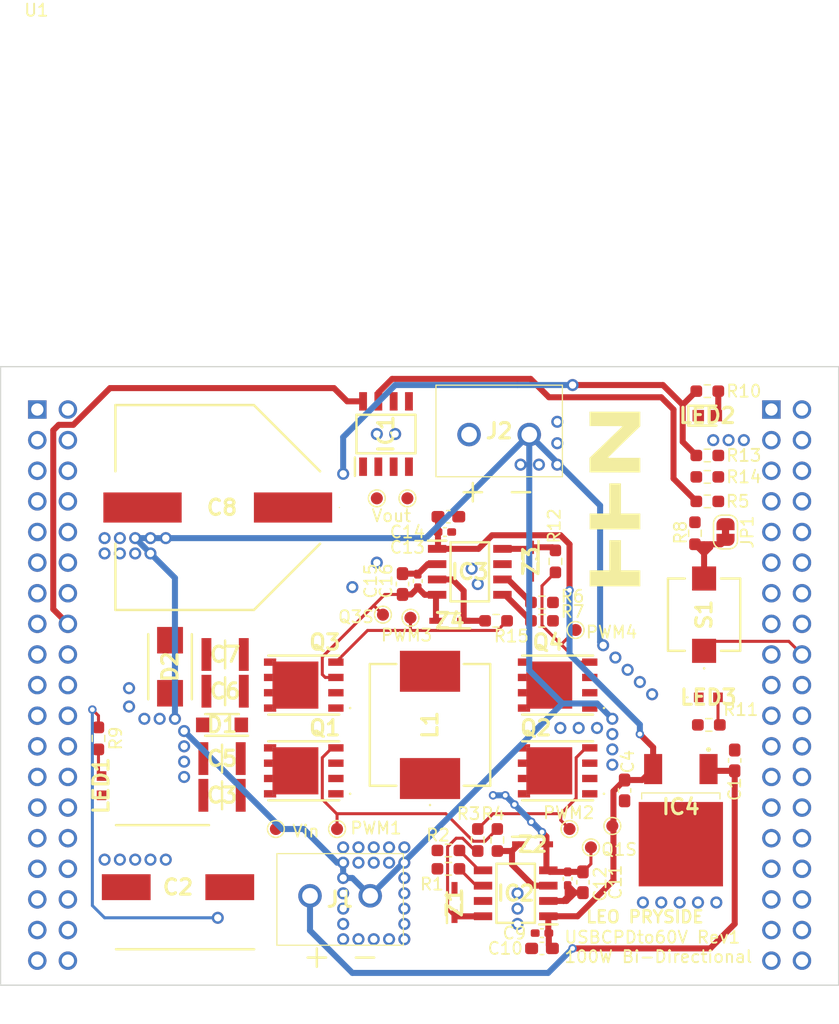
<source format=kicad_pcb>
(kicad_pcb (version 20221018) (generator pcbnew)
  (layers (0 "F.Cu" signal) (31 "B.Cu" signal) (34 "B.Paste" user) (35 "F.Paste" user) (36 "B.SilkS" user "B.Silkscreen") (37 "F.SilkS" user "F.Silkscreen") (38 "B.Mask" user) (39 "F.Mask" user) (44 "Edge.Cuts" user))
  (net 0 "")
  (net 1 "VBUS")
  (net 2 "GND")
  (net 3 "+12V")
  (net 4 "+BATT")
  (net 5 "Q1_S")
  (net 6 "Net-(IC2-HB)")
  (net 7 "Q3_S")
  (net 8 "Net-(IC3-HB)")
  (net 9 "Net-(IC1-IN-_1)")
  (net 11 "Net-(IC1-VOUT)")
  (net 12 "+3.3V")
  (net 13 "Net-(IC2-HO)")
  (net 14 "Net-(IC2-HI)")
  (net 15 "Net-(IC2-LI)")
  (net 16 "Net-(IC2-LO)")
  (net 17 "Net-(IC3-HO)")
  (net 18 "Net-(IC3-HI)")
  (net 19 "Net-(IC3-LI)")
  (net 20 "Net-(IC3-LO)")
  (net 21 "Net-(JP1-B)")
  (net 22 "Net-(LED1-A)")
  (net 23 "Net-(LED2-A)")
  (net 24 "Net-(LED3-A)")
  (net 25 "Q1_PWM")
  (net 26 "Q2_PWM")
  (net 27 "Q3_PWM")
  (net 28 "Q4_PWM")
  (net 29 "PB12_PWM")
  (net 30 "PC3_ADC_Iout")
  (net 31 "PB15_PWM")
  (net 32 "PB14_PWM")
  (net 33 "PB12_LED")
  (net 34 "PC2_ADC_Vout")
  (net 35 "PB11_BTN")
  (net 67 "PA8_LED")
  (net 97 "PB13_PWM")
  (footprint "SamacSys_Parts:CAPC3225X220N" (layer "F.Cu") (at 124.56 107.696)
    (fp_text reference "C5")
    (fp_text value "GRM32DL8EL475KE07K" hide)
  )
  (footprint "SamacSys_Parts:SIR584DPT1RE3" (layer "F.Cu") (at 131.346 101.6 180)
    (fp_text reference "Q3")
    (fp_text value "SIR584DP-T1-RE3" hide)
  )
  (footprint "SamacSys_Parts:TB00250002BE" (layer "F.Cu") (at 145.074 80.818)
    (fp_text reference "J2")
    (fp_text value "TB002-500-02BE" hide)
  )
  (footprint "Resistor_SMD:R_0603_1608Metric_Pad0.98x0.95mm_HandSolder" (layer "F.Cu") (at 143.3595 116.84)
    (fp_text reference "R1")
    (fp_text value "1R")
  )
  (footprint "Resistor_SMD:R_0603_1608Metric_Pad0.98x0.95mm_HandSolder" (layer "F.Cu") (at 164.858 82.55)
    (fp_text reference "R13")
    (fp_text value "28K")
  )
  (footprint "SamacSys_Parts:DIONM5436X244N" (layer "F.Cu") (at 120.242 100.076 90)
    (fp_text reference "D2")
    (fp_text value "1.5SMBJ51CA-H" hide)
  )
  (footprint "Capacitor_SMD:C_0402_1005Metric_Pad0.74x0.62mm_HandSolder" (layer "F.Cu") (at 143.0615 88.9)
    (fp_text reference "C13")
    (fp_text value "1nF 25V")
  )
  (footprint "SamacSys_Parts:EVPBDCC1A000" (layer "F.Cu") (at 164.592 95.758 90)
    (fp_text reference "S1")
    (fp_text value "EVP-BDCC1A000" hide)
  )
  (footprint "TestPoint:TestPoint_Pad_D1.0mm" (layer "F.Cu") (at 134.112 113.538)
    (fp_text reference "TP6" hide)
    (fp_text value "TestPoint")
  )
  (footprint "Resistor_SMD:R_0603_1608Metric_Pad0.98x0.95mm_HandSolder" (layer "F.Cu") (at 164.858 77.216)
    (fp_text reference "R10")
    (fp_text value "16k")
  )
  (footprint "TestPoint:TestPoint_Pad_D1.0mm" (layer "F.Cu") (at 153.924 97.028)
    (fp_text reference "TP10" hide)
    (fp_text value "TestPoint")
  )
  (footprint "Resistor_SMD:R_0603_1608Metric_Pad0.98x0.95mm_HandSolder" (layer "F.Cu") (at 164.984 104.902)
    (fp_text reference "R11")
    (fp_text value "100R")
  )
  (footprint "Resistor_SMD:R_0603_1608Metric_Pad0.98x0.95mm_HandSolder" (layer "F.Cu") (at 152.246 91.3365 -90)
    (fp_text reference "R12")
    (fp_text value "3R")
  )
  (footprint "SamacSys_Parts:SOIC127P600X175-8N" (layer "F.Cu") (at 145.134 92.202)
    (fp_text reference "IC3")
    (fp_text value "UCC27282QDRQ1" hide)
  )
  (footprint "Resistor_SMD:R_0603_1608Metric_Pad0.98x0.95mm_HandSolder" (layer "F.Cu") (at 164.858 86.36)
    (fp_text reference "R5")
    (fp_text value "1R")
  )
  (footprint "USBC_PD:ST_NUCLEO-G474RE" (layer "F.Cu") (at 140.97 88.25)
    (fp_text reference "U1")
    (fp_text value "NUCLEO-G474RE")
  )
  (footprint "TestPoint:TestPoint_Pad_D1.0mm" (layer "F.Cu") (at 155.194 115.062)
    (fp_text reference "TP3" hide)
    (fp_text value "TestPoint")
  )
  (footprint "SamacSys_Parts:CAPC3225X220N" (layer "F.Cu") (at 124.56 110.744)
    (fp_text reference "C3")
    (fp_text value "GRM32DL8EL475KE07K" hide)
  )
  (footprint "SamacSys_Parts:CAPAE1030X1270N" (layer "F.Cu") (at 120.904 118.364 180)
    (fp_text reference "C2")
    (fp_text value "A768MS277M1VLAS022" hide)
  )
  (footprint "TestPoint:TestPoint_Pad_D1.0mm" (layer "F.Cu") (at 156.972 113.284)
    (fp_text reference "TP1" hide)
    (fp_text value "TestPoint")
  )
  (footprint "Capacitor_SMD:C_0603_1608Metric_Pad1.08x0.95mm_HandSolder" (layer "F.Cu") (at 154.532 117.9565 -90)
    (fp_text reference "C11")
    (fp_text value "0.1uF 25V")
  )
  (footprint "SamacSys_Parts:EEEFK0J682AM" (layer "F.Cu") (at 124.206 86.868 180)
    (fp_text reference "C8")
    (fp_text value "EEE-TP1K391M" hide)
  )
  (footprint "Resistor_SMD:R_0603_1608Metric_Pad0.98x0.95mm_HandSolder" (layer "F.Cu") (at 143.3595 115.316)
    (fp_text reference "R2")
    (fp_text value "1R")
  )
  (footprint "TestPoint:TestPoint_Pad_D1.0mm" (layer "F.Cu") (at 140.208 96.012)
    (fp_text reference "TP9" hide)
    (fp_text value "TestPoint")
  )
  (footprint "SamacSys_Parts:SOD2512X110N" (layer "F.Cu") (at 150.348 114.808)
    (fp_text reference "Z2")
    (fp_text value "PDZ15B,115" hide)
  )
  (footprint "SamacSys_Parts:LEDC1608X80N" (layer "F.Cu") (at 164.858 79.248)
    (fp_text reference "LED2")
    (fp_text value "150060GS75003" hide)
  )
  (footprint "Capacitor_SMD:C_0402_1005Metric_Pad0.74x0.62mm_HandSolder" (layer "F.Cu") (at 153.262 117.6615 90)
    (fp_text reference "C12")
    (fp_text value "1nF 25V")
  )
  (footprint "Capacitor_SMD:C_0603_1608Metric_Pad1.08x0.95mm_HandSolder" (layer "F.Cu") (at 139.546 93.218 90)
    (fp_text reference "C15")
    (fp_text value "0.1uF 25V")
  )
  (footprint "Logos:hhn_logo" (layer "F.Cu") (at 157.226 86.106 90)
    (fp_text reference "G***" hide)
    (fp_text value "LOGO" hide)
  )
  (footprint "SamacSys_Parts:SOD2512X110N" (layer "F.Cu") (at 143.476 96.266 180)
    (fp_text reference "Z4")
    (fp_text value "PDZ15B,115" hide)
  )
  (footprint "Resistor_SMD:R_0603_1608Metric_Pad0.98x0.95mm_HandSolder" (layer "F.Cu") (at 145.796 114.4505 90)
    (fp_text reference "R3")
    (fp_text value "3R")
  )
  (footprint "SamacSys_Parts:SIR584DPT1RE3" (layer "F.Cu") (at 152.428 101.6 180)
    (fp_text reference "Q4")
    (fp_text value "SIR584DP-T1-RE3" hide)
  )
  (footprint "Resistor_SMD:R_0603_1608Metric_Pad0.98x0.95mm_HandSolder" (layer "F.Cu") (at 147.3165 96.266)
    (fp_text reference "R15")
    (fp_text value "3R")
  )
  (footprint "TestPoint:TestPoint_Pad_D1.0mm" (layer "F.Cu") (at 139.954 86.106)
    (fp_text reference "TP8" hide)
    (fp_text value "TestPoint")
  )
  (footprint "Capacitor_SMD:C_0603_1608Metric_Pad1.08x0.95mm_HandSolder" (layer "F.Cu") (at 143.3565 87.63)
    (fp_text reference "C14")
    (fp_text value "4.7uF 25V")
  )
  (footprint "SamacSys_Parts:150060BS75003" (layer "F.Cu") (at 114.554 109.944 -90)
    (fp_text reference "LED1")
    (fp_text value "150060BS75003" hide)
  )
  (footprint "Resistor_SMD:R_0603_1608Metric_Pad0.98x0.95mm_HandSolder" (layer "F.Cu") (at 164.858 84.328 180)
    (fp_text reference "R14")
    (fp_text value "1K62")
  )
  (footprint "SamacSys_Parts:CAPC3225X220N" (layer "F.Cu") (at 124.814 102.108)
    (fp_text reference "C6")
    (fp_text value "GRM32DL8EL475KE07K" hide)
  )
  (footprint "Resistor_SMD:R_0603_1608Metric_Pad0.98x0.95mm_HandSolder" (layer "F.Cu") (at 163.83 89.0035 90)
    (fp_text reference "R8")
    (fp_text value "100R")
  )
  (footprint "TestPoint:TestPoint_Pad_D1.0mm" (layer "F.Cu") (at 137.414 86.106)
    (fp_text reference "TP5" hide)
    (fp_text value "TestPoint")
  )
  (footprint "Capacitor_SMD:C_0603_1608Metric_Pad1.08x0.95mm_HandSolder" (layer "F.Cu") (at 167.132 107.8495 90)
    (fp_text reference "C1")
    (fp_text value "1uF 25V")
  )
  (footprint "Capacitor_SMD:C_0603_1608Metric_Pad1.08x0.95mm_HandSolder" (layer "F.Cu") (at 157.988 110.3365 -90)
    (fp_text reference "C4")
    (fp_text value "0.33uF 25V")
  )
  (footprint "Capacitor_SMD:C_0402_1005Metric_Pad0.74x0.62mm_HandSolder" (layer "F.Cu") (at 140.816 92.964 -90)
    (fp_text reference "C16")
    (fp_text value "1nF 25V")
  )
  (footprint "SamacSys_Parts:SIR584DPT1RE3" (layer "F.Cu") (at 152.428 108.712 180)
    (fp_text reference "Q2")
    (fp_text value "SIR584DP-T1-RE3" hide)
  )
  (footprint "SamacSys_Parts:CAPC3225X220N" (layer "F.Cu") (at 124.814 99.06)
    (fp_text reference "C7")
    (fp_text value "GRM32DL8EL475KE07K" hide)
  )
  (footprint "Jumper:SolderJumper-2_P1.3mm_Bridged_RoundedPad1.0x1.5mm" (layer "F.Cu") (at 166.37 88.9 -90)
    (fp_text reference "JP1")
    (fp_text value "SolderJumper_2_Bridged")
  )
  (footprint "TestPoint:TestPoint_Pad_D1.0mm" (layer "F.Cu") (at 137.922 95.758)
    (fp_text reference "TP4" hide)
    (fp_text value "TestPoint")
  )
  (footprint "Capacitor_SMD:C_0402_1005Metric_Pad0.74x0.62mm_HandSolder" (layer "F.Cu") (at 151.13 122.174 180)
    (fp_text reference "C9")
    (fp_text value "1nF 25V")
  )
  (footprint "Capacitor_SMD:C_0603_1608Metric_Pad1.08x0.95mm_HandSolder" (layer "F.Cu") (at 151.13 123.444 180)
    (fp_text reference "C10")
    (fp_text value "4.7uF 25V")
  )
  (footprint "SamacSys_Parts:SIR584DPT1RE3" (layer "F.Cu") (at 131.346 108.712 180)
    (fp_text reference "Q1")
    (fp_text value "SIR584DP-T1-RE3" hide)
  )
  (footprint "SamacSys_Parts:SRP1038WA150M" (layer "F.Cu") (at 141.832 104.902 90)
    (fp_text reference "L1")
    (fp_text value "SRP1038WA-150M" hide)
  )
  (footprint "SamacSys_Parts:SOD2512X110N" (layer "F.Cu") (at 143.864 119.634 90)
    (fp_text reference "Z1")
    (fp_text value "PDZ15B,115" hide)
  )
  (footprint "SamacSys_Parts:BD750L5FPCE2" (layer "F.Cu") (at 162.66 116.547 180)
    (fp_text reference "IC4")
    (fp_text value "BAJ2CC0FP-E2" hide)
  )
  (footprint "SamacSys_Parts:SOD2512X110N" (layer "F.Cu") (at 150.214 91.32 -90)
    (fp_text reference "Z3")
    (fp_text value "PDZ15B,115" hide)
  )
  (footprint "SamacSys_Parts:SOIC127P600X175-8N" (layer "F.Cu") (at 148.944 118.872 180)
    (fp_text reference "IC2")
    (fp_text value "UCC27282QDRQ1" hide)
  )
  (footprint "SamacSys_Parts:150060SS75003" (layer "F.Cu") (at 164.946 102.616)
    (fp_text reference "LED3")
    (fp_text value "150060SS75003" hide)
  )
  (footprint "SamacSys_Parts:TB00250002BE" (layer "F.Cu") (at 136.866 119.08 180)
    (fp_text reference "J1")
    (fp_text value "TB002-500-02BE" hide)
  )
  (footprint "Resistor_SMD:R_0603_1608Metric_Pad0.98x0.95mm_HandSolder" (layer "F.Cu") (at 114.3 106.0215 -90)
    (fp_text reference "R9")
    (fp_text value "1k")
  )
  (footprint "TestPoint:TestPoint_Pad_D1.0mm" (layer "F.Cu") (at 129.032 113.538)
    (fp_text reference "TP2" hide)
    (fp_text value "TestPoint")
  )
  (footprint "Resistor_SMD:R_0603_1608Metric_Pad0.98x0.95mm_HandSolder" (layer "F.Cu") (at 151.1265 96.266 180)
    (fp_text reference "R7")
    (fp_text value "1R")
  )
  (footprint "SamacSys_Parts:SOIC127P600X175-8N" (layer "F.Cu") (at 138.176 80.772 90)
    (fp_text reference "IC1")
    (fp_text value "TMCS1108A3BQDRQ1" hide)
  )
  (footprint "Resistor_SMD:R_0603_1608Metric_Pad0.98x0.95mm_HandSolder" (layer "F.Cu") (at 147.42 114.4505 90)
    (fp_text reference "R4")
    (fp_text value "3R")
  )
  (footprint "SamacSys_Parts:SODFL3718X108N" (layer "F.Cu") (at 124.56 104.902 180)
    (fp_text reference "D1")
    (fp_text value "T4F24AHM3_I" hide)
  )
  (footprint "Resistor_SMD:R_0603_1608Metric_Pad0.98x0.95mm_HandSolder" (layer "F.Cu") (at 151.1265 94.742 180)
    (fp_text reference "R6")
    (fp_text value "1R")
  )
  (footprint "TestPoint:TestPoint_Pad_D1.0mm" (layer "F.Cu") (at 153.416 113.538)
    (fp_text reference "TP7" hide)
    (fp_text value "TestPoint")
  )
  (gr_line (start 175.768 75.184) (end 175.768 126.492) (stroke (width 0.1)) (layer "Edge.Cuts"))
  (gr_line (start 106.172 126.492) (end 106.172 75.184) (stroke (width 0.1)) (layer "Edge.Cuts"))
  (gr_line (start 175.768 126.492) (end 106.172 126.492) (stroke (width 0.1)) (layer "Edge.Cuts"))
  (gr_line (start 106.172 75.184) (end 175.768 75.184) (stroke (width 0.1)) (layer "Edge.Cuts"))
  (gr_text "PWM2" (at 151.13 112.776) (layer "F.SilkS") (effects (font (size 1 1)) (justify left bottom)))
  (gr_text "LEO PRYSIDE" (at 154.686 121.412) (layer "F.SilkS") (effects (font (size 1 1) (thickness 0.2) bold) (justify left bottom)))
  (gr_text "PWM3" (at 137.668 98.044) (layer "F.SilkS") (effects (font (size 1 1)) (justify left bottom)))
  (gr_text "PWM1" (at 135.128 114.046) (layer "F.SilkS") (effects (font (size 1 1)) (justify left bottom)))
  (gr_text "PWM4" (at 154.686 97.79) (layer "F.SilkS") (effects (font (size 1 1)) (justify left bottom)))
  (gr_text "Q1S" (at 155.956 115.824) (layer "F.SilkS") (effects (font (size 1 1)) (justify left bottom)))
  (gr_text "Vout" (at 136.906 88.138) (layer "F.SilkS") (effects (font (size 1 1)) (justify left bottom)))
  (gr_text "Q3S" (at 134.112 96.52) (layer "F.SilkS") (effects (font (size 1 1)) (justify left bottom)))
  (gr_text "Vin" (at 130.302 114.3) (layer "F.SilkS") (effects (font (size 1 1)) (justify left bottom)))
  (gr_text "+ -" (at 131.064 125.222) (layer "F.SilkS") (effects (font (size 2 2) (thickness 0.2) bold) (justify left bottom)))
  (gr_text "USBCPDto60V Rev1\n100W Bi-Directional" (at 152.908 124.714) (layer "F.SilkS") (effects (font (size 1 1)) (justify left bottom)))
  (gr_text "+ -" (at 144.018 86.614) (layer "F.SilkS") (effects (font (size 2 2) (thickness 0.2) bold) (justify left bottom)))
  (segment (start 165.1 123.444) (end 153.67 123.444) (width 0.5) (layer "F.Cu") (net 1))
  (segment (start 165.608 122.936) (end 165.1 123.444) (width 0.5) (layer "F.Cu") (net 1))
  (segment (start 167.132 121.412) (end 165.608 122.936) (width 0.5) (layer "F.Cu") (net 1))
  (segment (start 167.132 108.712) (end 167.132 121.412) (width 0.5) (layer "F.Cu") (net 1))
  (segment (start 165.105 108.712) (end 164.96 108.567) (width 0.5) (layer "F.Cu") (net 1))
  (segment (start 131.866 109.922) (end 130.656 108.712) (width 1.25) (layer "F.Cu") (net 1))
  (segment (start 114.3 104.14) (end 114.3 105.109) (width 0.25) (layer "F.Cu") (net 1))
  (segment (start 167.132 108.712) (end 165.105 108.712) (width 0.5) (layer "F.Cu") (net 1))
  (segment (start 113.792 103.632) (end 114.3 104.14) (width 0.25) (layer "F.Cu") (net 1))
  (via (at 113.792 103.632) (size 0.7) (drill 0.4) (layers "F.Cu" "B.Cu") (net 1))
  (via (at 153.67 123.444) (size 0.7) (drill 0.4) (layers "F.Cu" "B.Cu") (net 1))
  (via (at 124.206 120.904) (size 1) (drill 0.6) (layers "F.Cu" "B.Cu") (net 1))
  (segment (start 153.67 123.444) (end 151.638 125.476) (width 0.5) (layer "B.Cu") (net 1))
  (segment (start 113.792 103.632) (end 113.792 119.888) (width 0.25) (layer "B.Cu") (net 1))
  (segment (start 151.638 125.476) (end 135.382 125.476) (width 0.5) (layer "B.Cu") (net 1))
  (segment (start 113.792 119.888) (end 114.808 120.904) (width 0.25) (layer "B.Cu") (net 1))
  (segment (start 131.866 121.96) (end 131.866 119.08) (width 0.5) (layer "B.Cu") (net 1))
  (segment (start 135.382 125.476) (end 131.866 121.96) (width 0.5) (layer "B.Cu") (net 1))
  (segment (start 114.808 120.904) (end 124.206 120.904) (width 0.25) (layer "B.Cu") (net 1))
  (via (at 134.62 122.682) (size 1) (drill 0.6) (layers "F.Cu" "B.Cu") (net 2))
  (via (at 159.258 101.346) (size 1) (drill 0.6) (layers "F.Cu" "B.Cu") (net 2))
  (via (at 118.618 116.078) (size 1) (drill 0.6) (layers "F.Cu" "B.Cu") (net 2))
  (via (at 116.078 116.078) (size 1) (drill 0.6) (layers "F.Cu" "B.Cu") (net 2))
  (via (at 137.16 115.062) (size 1) (drill 0.6) (layers "F.Cu" "B.Cu") (net 2))
  (via (at 134.62 115.062) (size 1) (drill 0.6) (layers "F.Cu" "B.Cu") (net 2))
  (via (at 156.21 98.298) (size 1) (drill 0.6) (layers "F.Cu" "B.Cu") (net 2))
  (via (at 139.7 118.872) (size 1) (drill 0.6) (layers "F.Cu" "B.Cu") (net 2))
  (via (at 152.4 83.312) (size 1) (drill 0.6) (layers "F.Cu" "B.Cu") (net 2))
  (via (at 116.078 90.678) (size 1) (drill 0.6) (layers "F.Cu" "B.Cu") (net 2))
  (via (at 134.62 120.142) (size 1) (drill 0.6) (layers "F.Cu" "B.Cu") (net 2))
  (via (at 161.036 119.634) (size 1) (drill 0.6) (layers "F.Cu" "B.Cu") (net 2))
  (via (at 139.7 115.062) (size 1) (drill 0.6) (layers "F.Cu" "B.Cu") (net 2))
  (via (at 138.43 122.682) (size 1) (drill 0.6) (layers "F.Cu" "B.Cu") (net 2))
  (via (at 137.414 91.44) (size 1) (drill 0.6) (layers "F.Cu" "B.Cu") (net 2))
  (via (at 158.242 100.33) (size 1) (drill 0.6) (layers "F.Cu" "B.Cu") (net 2))
  (via (at 118.11 104.394) (size 1) (drill 0.6) (layers "F.Cu" "B.Cu") (net 2))
  (via (at 152.4 79.756) (size 1) (drill 0.6) (layers "F.Cu" "B.Cu") (net 2))
  (via (at 137.16 122.682) (size 1) (drill 0.6) (layers "F.Cu" "B.Cu") (net 2))
  (via (at 121.412 105.41) (size 1) (drill 0.6) (layers "F.Cu" "B.Cu") (net 2))
  (via (at 150.876 83.312) (size 1) (drill 0.6) (layers "F.Cu" "B.Cu") (net 2))
  (via (at 139.7 120.142) (size 1) (drill 0.6) (layers "F.Cu" "B.Cu") (net 2))
  (via (at 135.382 93.472) (size 1) (drill 0.6) (layers "F.Cu" "B.Cu") (net 2))
  (via (at 119.38 104.394) (size 1) (drill 0.6) (layers "F.Cu" "B.Cu") (net 2))
  (via (at 137.414 80.772) (size 1) (drill 0.6) (layers "F.Cu" "B.Cu") (net 2))
  (via (at 116.84 101.854) (size 1) (drill 0.6) (layers "F.Cu" "B.Cu") (net 2))
  (via (at 165.354 81.28) (size 1) (drill 0.6) (layers "F.Cu" "B.Cu") (net 2))
  (via (at 138.43 116.332) (size 1) (drill 0.6) (layers "F.Cu" "B.Cu") (net 2))
  (via (at 116.078 89.408) (size 1) (drill 0.6) (layers "F.Cu" "B.Cu") (net 2))
  (via (at 119.888 116.078) (size 1) (drill 0.6) (layers "F.Cu" "B.Cu") (net 2))
  (via (at 167.894 81.28) (size 1) (drill 0.6) (layers "F.Cu" "B.Cu") (net 2))
  (via (at 121.412 106.68) (size 1) (drill 0.6) (layers "F.Cu" "B.Cu") (net 2))
  (via (at 134.62 117.602) (size 1) (drill 0.6) (layers "F.Cu" "B.Cu") (net 2))
  (via (at 156.972 108.204) (size 1) (drill 0.6) (layers "F.Cu" "B.Cu") (net 2))
  (via (at 149.098 118.872) (size 1) (drill 0.6) (layers "F.Cu" "B.Cu") (net 2))
  (via (at 114.808 116.078) (size 1) (drill 0.6) (layers "F.Cu" "B.Cu") (net 2))
  (via (at 118.618 89.408) (size 1) (drill 0.6) (layers "F.Cu" "B.Cu") (net 2))
  (via (at 117.348 116.078) (size 1) (drill 0.6) (layers "F.Cu" "B.Cu") (net 2))
  (via (at 152.654 105.156) (size 1) (drill 0.6) (layers "F.Cu" "B.Cu") (net 2))
  (via (at 139.7 117.602) (size 1) (drill 0.6) (layers "F.Cu" "B.Cu") (net 2))
  (via (at 138.43 115.062) (size 1) (drill 0.6) (layers "F.Cu" "B.Cu") (net 2))
  (via (at 156.972 106.934) (size 1) (drill 0.6) (layers "F.Cu" "B.Cu") (net 2))
  (via (at 135.89 115.062) (size 1) (drill 0.6) (layers "F.Cu" "B.Cu") (net 2))
  (via (at 139.7 121.412) (size 1) (drill 0.6) (layers "F.Cu" "B.Cu") (net 2))
  (via (at 166.624 81.28) (size 1) (drill 0.6) (layers "F.Cu" "B.Cu") (net 2))
  (via (at 149.098 120.142) (size 1) (drill 0.6) (layers "F.Cu" "B.Cu") (net 2))
  (via (at 160.274 102.362) (size 1) (drill 0.6) (layers "F.Cu" "B.Cu") (net 2))
  (via (at 121.412 107.95) (size 1) (drill 0.6) (layers "F.Cu" "B.Cu") (net 2))
  (via (at 149.352 83.312) (size 1) (drill 0.6) (layers "F.Cu" "B.Cu") (net 2))
  (via (at 156.972 105.664) (size 1) (drill 0.6) (layers "F.Cu" "B.Cu") (net 2))
  (via (at 145.796 93.218) (size 1) (drill 0.6) (layers "F.Cu" "B.Cu") (net 2))
  (via (at 134.62 116.332) (size 1) (drill 0.6) (layers "F.Cu" "B.Cu") (net 2))
  (via (at 156.972 104.394) (size 1) (drill 0.6) (layers "F.Cu" "B.Cu") (net 2))
  (via (at 164.084 119.634) (size 1) (drill 0.6) (layers "F.Cu" "B.Cu") (net 2))
  (via (at 116.84 103.378) (size 1) (drill 0.6) (layers "F.Cu" "B.Cu") (net 2))
  (via (at 154.178 105.156) (size 1) (drill 0.6) (layers "F.Cu" "B.Cu") (net 2))
  (via (at 159.512 119.634) (size 1) (drill 0.6) (layers "F.Cu" "B.Cu") (net 2))
  (via (at 149.098 121.412) (size 1) (drill 0.6) (layers "F.Cu" "B.Cu") (net 2))
  (via (at 121.412 109.22) (size 1) (drill 0.6) (layers "F.Cu" "B.Cu") (net 2))
  (via (at 114.808 90.678) (size 1) (drill 0.6) (layers "F.Cu" "B.Cu") (net 2))
  (via (at 117.348 90.678) (size 1) (drill 0.6) (layers "F.Cu" "B.Cu") (net 2))
  (via (at 162.56 119.634) (size 1) (drill 0.6) (layers "F.Cu" "B.Cu") (net 2))
  (via (at 165.608 119.634) (size 1) (drill 0.6) (layers "F.Cu" "B.Cu") (net 2))
  (via (at 118.618 90.678) (size 1) (drill 0.6) (layers "F.Cu" "B.Cu") (net 2))
  (via (at 114.808 89.408) (size 1) (drill 0.6) (layers "F.Cu" "B.Cu") (net 2))
  (via (at 157.226 99.314) (size 1) (drill 0.6) (layers "F.Cu" "B.Cu") (net 2))
  (via (at 145.288 91.948) (size 1) (drill 0.6) (layers "F.Cu" "B.Cu") (net 2))
  (via (at 137.16 116.332) (size 1) (drill 0.6) (layers "F.Cu" "B.Cu") (net 2))
  (via (at 139.7 116.332) (size 1) (drill 0.6) (layers "F.Cu" "B.Cu") (net 2))
  (via (at 139.7 122.682) (size 1) (drill 0.6) (layers "F.Cu" "B.Cu") (net 2))
  (via (at 134.62 118.872) (size 1) (drill 0.6) (layers "F.Cu" "B.Cu") (net 2))
  (via (at 120.65 104.394) (size 1) (drill 0.6) (layers "F.Cu" "B.Cu") (net 2))
  (via (at 119.888 89.408) (size 1) (drill 0.6) (layers "F.Cu" "B.Cu") (net 2))
  (via (at 117.348 89.408) (size 1) (drill 0.6) (layers "F.Cu" "B.Cu") (net 2))
  (via (at 135.89 122.682) (size 1) (drill 0.6) (layers "F.Cu" "B.Cu") (net 2))
  (via (at 138.938 80.772) (size 1) (drill 0.6) (layers "F.Cu" "B.Cu") (net 2))
  (via (at 134.62 121.412) (size 1) (drill 0.6) (layers "F.Cu" "B.Cu") (net 2))
  (via (at 152.4 81.534) (size 1) (drill 0.6) (layers "F.Cu" "B.Cu") (net 2))
  (via (at 135.89 116.332) (size 1) (drill 0.6) (layers "F.Cu" "B.Cu") (net 2))
  (via (at 155.702 105.156) (size 1) (drill 0.6) (layers "F.Cu" "B.Cu") (net 2))
  (segment (start 136.866 119.08) (end 139.614 116.332) (width 0.5) (layer "B.Cu") (net 2))
  (segment (start 155.702 103.124) (end 156.972 104.394) (width 0.5) (layer "B.Cu") (net 2))
  (segment (start 139.7 116.246) (end 152.822 103.124) (width 0.5) (layer "B.Cu") (net 2))
  (segment (start 139.614 116.332) (end 139.7 116.332) (width 0.5) (layer "B.Cu") (net 2))
  (segment (start 120.65 104.394) (end 120.65 92.71) (width 0.5) (layer "B.Cu") (net 2))
  (segment (start 152.822 103.124) (end 155.702 103.124) (width 0.5) (layer "B.Cu") (net 2))
  (segment (start 141.484 89.408) (end 150.074 80.818) (width 0.5) (layer "B.Cu") (net 2))
  (segment (start 117.348 89.408) (end 141.484 89.408) (width 0.5) (layer "B.Cu") (net 2))
  (segment (start 134.62 116.332) (end 134.118 116.332) (width 0.5) (layer "B.Cu") (net 2))
  (segment (start 131.324 113.538) (end 129.54 113.538) (width 0.5) (layer "B.Cu") (net 2))
  (segment (start 135.388 117.602) (end 134.62 117.602) (width 0.5) (layer "B.Cu") (net 2))
  (segment (start 134.62 116.834) (end 134.62 116.332) (width 0.5) (layer "B.Cu") (net 2))
  (segment (start 134.62 116.834) (end 134.62 116.834) (width 0.5) (layer "B.Cu") (net 2))
  (segment (start 156.21 98.298) (end 155.956 98.044) (width 0.5) (layer "B.Cu") (net 2))
  (segment (start 120.65 92.71) (end 117.348 89.408) (width 0.5) (layer "B.Cu") (net 2))
  (segment (start 150.074 100.376) (end 150.074 80.818) (width 0.5) (layer "B.Cu") (net 2))
  (segment (start 129.54 113.538) (end 121.412 105.41) (width 0.5) (layer "B.Cu") (net 2))
  (segment (start 139.7 116.332) (end 139.7 116.246) (width 0.5) (layer "B.Cu") (net 2))
  (segment (start 134.118 116.332) (end 131.324 113.538) (width 0.5) (layer "B.Cu") (net 2))
  (segment (start 155.956 86.7) (end 150.074 80.818) (width 0.5) (layer "B.Cu") (net 2))
  (segment (start 134.62 117.602) (end 134.62 116.834) (width 0.5) (layer "B.Cu") (net 2))
  (segment (start 136.866 119.08) (end 135.388 117.602) (width 0.5) (layer "B.Cu") (net 2))
  (segment (start 155.956 98.044) (end 155.956 86.7) (width 0.5) (layer "B.Cu") (net 2))
  (segment (start 152.822 103.124) (end 150.074 100.376) (width 0.5) (layer "B.Cu") (net 2))
  (segment (start 151.6975 122.174) (end 151.6975 123.149) (width 0.5) (layer "F.Cu") (net 3))
  (segment (start 142.494 87.63) (end 142.494 88.9) (width 0.5) (layer "F.Cu") (net 3))
  (segment (start 146.983 89.17) (end 145.856 90.297) (width 0.5) (layer "F.Cu") (net 3))
  (segment (start 157.063 117.797772) (end 157.063 110.399) (width 0.5) (layer "F.Cu") (net 3))
  (segment (start 151.655 120.777) (end 151.655 122.1315) (width 0.5) (layer "F.Cu") (net 3))
  (segment (start 157.063 110.399) (end 157.988 109.474) (width 0.5) (layer "F.Cu") (net 3))
  (segment (start 160.36 108.567) (end 160.36 106.766) (width 0.5) (layer "F.Cu") (net 3))
  (segment (start 157.988 109.474) (end 159.453 109.474) (width 0.5) (layer "F.Cu") (net 3))
  (segment (start 151.655 122.1315) (end 151.6975 122.174) (width 0.5) (layer "F.Cu") (net 3))
  (segment (start 145.856 90.297) (end 142.423 90.297) (width 0.5) (layer "F.Cu") (net 3))
  (segment (start 153.416 89.916) (end 152.67 89.17) (width 0.5) (layer "F.Cu") (net 3))
  (segment (start 151.655 120.777) (end 154.083772 120.777) (width 0.5) (layer "F.Cu") (net 3))
  (segment (start 142.494 88.9) (end 142.494 90.226) (width 0.5) (layer "F.Cu") (net 3))
  (segment (start 152.67 89.17) (end 146.983 89.17) (width 0.5) (layer "F.Cu") (net 3))
  (segment (start 160.36 106.766) (end 159.258 105.664) (width 0.5) (layer "F.Cu") (net 3))
  (segment (start 154.083772 120.777) (end 157.063 117.797772) (width 0.5) (layer "F.Cu") (net 3))
  (segment (start 142.494 90.226) (end 142.423 90.297) (width 0.5) (layer "F.Cu") (net 3))
  (segment (start 159.453 109.474) (end 160.36 108.567) (width 0.5) (layer "F.Cu") (net 3))
  (segment (start 151.6975 123.149) (end 151.9925 123.444) (width 0.5) (layer "F.Cu") (net 3))
  (segment (start 153.416 93.726) (end 153.416 89.916) (width 0.5) (layer "F.Cu") (net 3))
  (via (at 153.416 93.726) (size 0.7) (drill 0.4) (layers "F.Cu" "B.Cu") (net 3))
  (via (at 159.258 105.664) (size 0.7) (drill 0.4) (layers "F.Cu" "B.Cu") (net 3))
  (segment (start 153.416 93.726) (end 153.416 99.03395) (width 0.5) (layer "B.Cu") (net 3))
  (segment (start 159.258 104.87595) (end 159.258 105.664) (width 0.5) (layer "B.Cu") (net 3))
  (segment (start 153.416 99.03395) (end 159.258 104.87595) (width 0.5) (layer "B.Cu") (net 3))
  (segment (start 162.814 81.4185) (end 162.814 78.3475) (width 0.5) (layer "F.Cu") (net 4))
  (segment (start 153.67 76.708) (end 161.1745 76.708) (width 0.5) (layer "F.Cu") (net 4))
  (segment (start 161.1745 76.708) (end 162.814 78.3475) (width 0.5) (layer "F.Cu") (net 4))
  (segment (start 162.814 78.3475) (end 163.9455 77.216) (width 0.5) (layer "F.Cu") (net 4))
  (segment (start 163.9455 82.55) (end 162.814 81.4185) (width 0.5) (layer "F.Cu") (net 4))
  (via (at 153.67 76.708) (size 1) (drill 0.6) (layers "F.Cu" "B.Cu") (net 4))
  (via (at 134.62 84.074) (size 1) (drill 0.6) (layers "F.Cu" "B.Cu") (net 4))
  (segment (start 134.62 84.074) (end 134.62 81.026) (width 0.5) (layer "B.Cu") (net 4))
  (segment (start 138.938 76.708) (end 149.098 76.708) (width 0.5) (layer "B.Cu") (net 4))
  (segment (start 149.098 76.708) (end 153.67 76.708) (width 0.5) (layer "B.Cu") (net 4))
  (segment (start 134.62 81.026) (end 134.874 80.772) (width 0.5) (layer "B.Cu") (net 4))
  (segment (start 134.874 80.772) (end 138.938 76.708) (width 0.5) (layer "B.Cu") (net 4))
  (segment (start 153.262 117.094) (end 151.782 117.094) (width 0.5) (layer "F.Cu") (net 5))
  (segment (start 151.498 114.808) (end 151.498 116.81) (width 0.5) (layer "F.Cu") (net 5))
  (segment (start 150.2805 112.9425) (end 150.241 112.9425) (width 0.5) (layer "F.Cu") (net 5))
  (segment (start 151.782 117.094) (end 151.655 116.967) (width 0.5) (layer "F.Cu") (net 5))
  (segment (start 155.194 115.062) (end 155.194 116.432) (width 0.25) (layer "F.Cu") (net 5))
  (segment (start 155.194 116.432) (end 154.532 117.094) (width 0.25) (layer "F.Cu") (net 5))
  (segment (start 151.13 113.792) (end 151.498 114.16) (width 0.5) (layer "F.Cu") (net 5))
  (segment (start 151.498 116.81) (end 151.655 116.967) (width 0.5) (layer "F.Cu") (net 5))
  (segment (start 151.498 114.16) (end 151.498 114.808) (width 0.5) (layer "F.Cu") (net 5))
  (segment (start 151.13 113.792) (end 150.2805 112.9425) (width 0.5) (layer "F.Cu") (net 5))
  (segment (start 154.532 117.094) (end 153.262 117.094) (width 0.5) (layer "F.Cu") (net 5))
  (via (at 148.082 110.744) (size 0.7) (drill 0.4) (layers "F.Cu" "B.Cu") (net 5))
  (via (at 151.13 113.792) (size 0.7) (drill 0.4) (layers "F.Cu" "B.Cu") (net 5))
  (via (at 148.844 111.506) (size 0.7) (drill 0.4) (layers "F.Cu" "B.Cu") (net 5))
  (via (at 150.241 112.9425) (size 0.7) (drill 0.4) (layers "F.Cu" "B.Cu") (net 5))
  (via (at 147.066 110.744) (size 0.7) (drill 0.4) (layers "F.Cu" "B.Cu") (net 5))
  (segment (start 148.082 110.744) (end 148.844 111.506) (width 0.5) (layer "B.Cu") (net 5))
  (segment (start 148.082 110.744) (end 147.066 110.744) (width 0.5) (layer "B.Cu") (net 5))
  (segment (start 150.241 112.903) (end 148.844 111.506) (width 0.5) (layer "B.Cu") (net 5))
  (segment (start 151.13 113.792) (end 150.2805 112.9425) (width 0.5) (layer "B.Cu") (net 5))
  (segment (start 150.241 112.9425) (end 150.241 112.903) (width 0.5) (layer "B.Cu") (net 5))
  (segment (start 153.852 118.819) (end 153.262 118.229) (width 0.5) (layer "F.Cu") (net 6))
  (segment (start 153.262 119.164) (end 153.507 119.164) (width 0.5) (layer "F.Cu") (net 6))
  (segment (start 151.655 119.507) (end 152.919 119.507) (width 0.5) (layer "F.Cu") (net 6))
  (segment (start 153.507 119.164) (end 153.852 118.819) (width 0.5) (layer "F.Cu") (net 6))
  (segment (start 152.919 119.507) (end 153.164 119.507) (width 0.5) (layer "F.Cu") (net 6))
  (segment (start 153.164 119.507) (end 153.852 118.819) (width 0.5) (layer "F.Cu") (net 6))
  (segment (start 153.262 119.164) (end 153.262 118.229) (width 0.5) (layer "F.Cu") (net 6))
  (segment (start 152.919 119.507) (end 153.262 119.164) (width 0.5) (layer "F.Cu") (net 6))
  (segment (start 154.532 118.819) (end 153.852 118.819) (width 0.5) (layer "F.Cu") (net 6))
  (segment (start 142.326 94.204) (end 142.423 94.107) (width 0.5) (layer "F.Cu") (net 7))
  (segment (start 140.816 93.5315) (end 141.3915 94.107) (width 0.5) (layer "F.Cu") (net 7))
  (segment (start 132.886 100.72) (end 132.886 99.27) (width 0.25) (layer "F.Cu") (net 7))
  (segment (start 137.16 94.996) (end 137.922 95.758) (width 0.25) (layer "F.Cu") (net 7))
  (segment (start 140.267 94.0805) (end 140.816 93.5315) (width 0.5) (layer "F.Cu") (net 7))
  (segment (start 141.3915 94.107) (end 142.423 94.107) (width 0.5) (layer "F.Cu") (net 7))
  (segment (start 134.016 100.965) (end 133.131 100.965) (width 0.25) (layer "F.Cu") (net 7))
  (segment (start 133.131 100.965) (end 132.886 100.72) (width 0.25) (layer "F.Cu") (net 7))
  (segment (start 132.886 99.27) (end 137.16 94.996) (width 0.25) (layer "F.Cu") (net 7))
  (segment (start 138.0755 94.0805) (end 139.546 94.0805) (width 0.25) (layer "F.Cu") (net 7))
  (segment (start 137.16 94.996) (end 138.0755 94.0805) (width 0.25) (layer "F.Cu") (net 7))
  (segment (start 139.546 94.0805) (end 140.267 94.0805) (width 0.5) (layer "F.Cu") (net 7))
  (segment (start 142.326 96.266) (end 142.326 94.204) (width 0.5) (layer "F.Cu") (net 7))
  (segment (start 141.6455 91.567) (end 142.423 91.567) (width 0.5) (layer "F.Cu") (net 8))
  (segment (start 140.816 92.3965) (end 141.6455 91.567) (width 0.5) (layer "F.Cu") (net 8))
  (segment (start 140.775 92.3555) (end 140.816 92.3965) (width 0.5) (layer "F.Cu") (net 8))
  (segment (start 139.546 92.3555) (end 140.775 92.3555) (width 0.5) (layer "F.Cu") (net 8))
  (segment (start 151.711503 77.724) (end 150.187503 76.2) (width 0.5) (layer "F.Cu") (net 11))
  (segment (start 137.541 77.342) (end 137.541 78.061) (width 0.5) (layer "F.Cu") (net 11))
  (segment (start 163.9455 86.36) (end 162.052 84.4665) (width 0.5) (layer "F.Cu") (net 11))
  (segment (start 161.036 77.724) (end 151.711503 77.724) (width 0.5) (layer "F.Cu") (net 11))
  (segment (start 162.052 84.4665) (end 162.052 78.74) (width 0.5) (layer "F.Cu") (net 11))
  (segment (start 138.683 76.2) (end 137.541 77.342) (width 0.5) (layer "F.Cu") (net 11))
  (segment (start 162.052 78.74) (end 161.036 77.724) (width 0.5) (layer "F.Cu") (net 11))
  (segment (start 150.187503 76.2) (end 138.683 76.2) (width 0.5) (layer "F.Cu") (net 11))
  (segment (start 133.858 76.962) (end 134.957 78.061) (width 0.5) (layer "F.Cu") (net 12))
  (segment (start 112.20827 80.01) (end 115.25627 76.962) (width 0.5) (layer "F.Cu") (net 12))
  (segment (start 115.25627 76.962) (end 133.858 76.962) (width 0.5) (layer "F.Cu") (net 12))
  (segment (start 134.957 78.061) (end 136.271 78.061) (width 0.5) (layer "F.Cu") (net 12))
  (segment (start 110.545 95.305) (end 110.545 80.463) (width 0.5) (layer "F.Cu") (net 12))
  (segment (start 110.545 80.463) (end 110.998 80.01) (width 0.5) (layer "F.Cu") (net 12))
  (segment (start 110.998 80.01) (end 112.20827 80.01) (width 0.5) (layer "F.Cu") (net 12))
  (segment (start 111.76 96.52) (end 110.545 95.305) (width 0.5) (layer "F.Cu") (net 12))
  (segment (start 150.391 118.237) (end 148.643 116.489) (width 0.5) (layer "F.Cu") (net 13))
  (segment (start 147.42 115.363) (end 148.643 115.363) (width 0.5) (layer "F.Cu") (net 13))
  (segment (start 148.643 115.363) (end 149.198 114.808) (width 0.5) (layer "F.Cu") (net 13))
  (segment (start 148.643 116.489) (end 148.643 115.363) (width 0.5) (layer "F.Cu") (net 13))
  (segment (start 151.655 118.237) (end 150.391 118.237) (width 0.5) (layer "F.Cu") (net 13))
  (segment (start 144.272 115.316) (end 145.923 116.967) (width 0.25) (layer "F.Cu") (net 14))
  (segment (start 145.923 116.967) (end 146.233 116.967) (width 0.25) (layer "F.Cu") (net 14))
  (segment (start 145.669 118.237) (end 146.233 118.237) (width 0.25) (layer "F.Cu") (net 15))
  (segment (start 144.272 116.84) (end 145.669 118.237) (width 0.25) (layer "F.Cu") (net 15))
  (segment (start 144.538995 114.3) (end 144.005005 114.3) (width 0.25) (layer "F.Cu") (net 16))
  (segment (start 146.226 120.784) (end 146.233 120.777) (width 0.5) (layer "F.Cu") (net 16))
  (segment (start 143.864 120.784) (end 146.226 120.784) (width 0.5) (layer "F.Cu") (net 16))
  (segment (start 144.005005 114.3) (end 143.289 115.016005) (width 0.25) (layer "F.Cu") (net 16))
  (segment (start 145.796 115.363) (end 145.601995 115.363) (width 0.25) (layer "F.Cu") (net 16))
  (segment (start 143.289 120.209) (end 143.864 120.784) (width 0.25) (layer "F.Cu") (net 16))
  (segment (start 143.289 115.016005) (end 143.289 120.209) (width 0.25) (layer "F.Cu") (net 16))
  (segment (start 145.601995 115.363) (end 144.538995 114.3) (width 0.25) (layer "F.Cu") (net 16))
  (segment (start 144.626 96.266) (end 144.626 93.776) (width 0.5) (layer "F.Cu") (net 17))
  (segment (start 144.626 93.776) (end 143.687 92.837) (width 0.5) (layer "F.Cu") (net 17))
  (segment (start 146.404 96.266) (end 144.626 96.266) (width 0.5) (layer "F.Cu") (net 17))
  (segment (start 143.687 92.837) (end 142.423 92.837) (width 0.5) (layer "F.Cu") (net 17))
  (segment (start 147.845 94.107) (end 148.055 94.107) (width 0.5) (layer "F.Cu") (net 18))
  (segment (start 148.055 94.107) (end 150.214 96.266) (width 0.5) (layer "F.Cu") (net 18))
  (segment (start 150.214 94.742) (end 148.309 92.837) (width 0.5) (layer "F.Cu") (net 19))
  (segment (start 148.309 92.837) (end 147.845 92.837) (width 0.5) (layer "F.Cu") (net 19))
  (segment (start 147.845 90.297) (end 150.087 90.297) (width 0.5) (layer "F.Cu") (net 20))
  (segment (start 150.087 90.297) (end 150.214 90.17) (width 0.5) (layer "F.Cu") (net 20))
  (segment (start 151.992 90.17) (end 152.246 90.424) (width 0.5) (layer "F.Cu") (net 20))
  (segment (start 150.214 90.17) (end 151.992 90.17) (width 0.5) (layer "F.Cu") (net 20))
  (segment (start 165.1 89.916) (end 166.004 89.916) (width 0.5) (layer "F.Cu") (net 21))
  (segment (start 164.592 90.678) (end 165.1 90.17) (width 0.5) (layer "F.Cu") (net 21))
  (segment (start 164.592 90.678) (end 163.83 89.916) (width 0.5) (layer "F.Cu") (net 21))
  (segment (start 164.592 89.916) (end 165.1 89.916) (width 0.5) (layer "F.Cu") (net 21))
  (segment (start 164.592 92.758) (end 164.592 90.678) (width 0.5) (layer "F.Cu") (net 21))
  (segment (start 165.1 90.17) (end 165.1 89.916) (width 0.5) (layer "F.Cu") (net 21))
  (segment (start 166.004 89.916) (end 166.37 89.55) (width 0.5) (layer "F.Cu") (net 21))
  (segment (start 163.83 89.916) (end 164.592 89.916) (width 0.5) (layer "F.Cu") (net 21))
  (segment (start 164.592 89.916) (end 164.592 90.678) (width 0.5) (layer "F.Cu") (net 21))
  (segment (start 114.3 108.89) (end 114.554 109.144) (width 0.25) (layer "F.Cu") (net 22))
  (segment (start 114.3 106.934) (end 114.3 108.89) (width 0.25) (layer "F.Cu") (net 22))
  (segment (start 165.7705 77.216) (end 165.7705 79.0855) (width 0.5) (layer "F.Cu") (net 23))
  (segment (start 165.7705 79.0855) (end 165.608 79.248) (width 0.5) (layer "F.Cu") (net 23))
  (segment (start 165.746 102.616) (end 165.746 104.7515) (width 0.25) (layer "F.Cu") (net 24))
  (segment (start 165.746 104.7515) (end 165.8965 104.902) (width 0.25) (layer "F.Cu") (net 24))
  (segment (start 132.886 111.077) (end 132.886 107.617) (width 0.25) (layer "F.Cu") (net 25))
  (segment (start 133.696 106.807) (end 134.016 106.807) (width 0.25) (layer "F.Cu") (net 25))
  (segment (start 146.4075 114.5505) (end 145.425891 114.5505) (width 0.25) (layer "F.Cu") (net 25))
  (segment (start 147.42 113.538) (end 146.4075 114.5505) (width 0.25) (layer "F.Cu") (net 25))
  (segment (start 134.112 112.303) (end 134.112 113.538) (width 0.25) (layer "F.Cu") (net 25))
  (segment (start 143.143391 112.268) (end 134.077 112.268) (width 0.25) (layer "F.Cu") (net 25))
  (segment (start 134.077 112.268) (end 132.886 111.077) (width 0.25) (layer "F.Cu") (net 25))
  (segment (start 132.886 107.617) (end 133.696 106.807) (width 0.25) (layer "F.Cu") (net 25))
  (segment (start 134.077 112.268) (end 134.112 112.303) (width 0.25) (layer "F.Cu") (net 25))
  (segment (start 145.425891 114.5505) (end 143.143391 112.268) (width 0.25) (layer "F.Cu") (net 25))
  (segment (start 154.778 106.807) (end 153.968 107.617) (width 0.25) (layer "F.Cu") (net 26))
  (segment (start 153.968 110.992) (end 152.692 112.268) (width 0.25) (layer "F.Cu") (net 26))
  (segment (start 152.692 112.268) (end 147.066 112.268) (width 0.25) (layer "F.Cu") (net 26))
  (segment (start 152.692 112.814) (end 152.692 112.268) (width 0.25) (layer "F.Cu") (net 26))
  (segment (start 153.968 107.617) (end 153.968 110.992) (width 0.25) (layer "F.Cu") (net 26))
  (segment (start 155.098 106.807) (end 154.778 106.807) (width 0.25) (layer "F.Cu") (net 26))
  (segment (start 147.066 112.268) (end 145.796 113.538) (width 0.25) (layer "F.Cu") (net 26))
  (segment (start 153.416 113.538) (end 152.692 112.814) (width 0.25) (layer "F.Cu") (net 26))
  (segment (start 147.429 97.066) (end 140.208 97.066) (width 0.25) (layer "F.Cu") (net 27))
  (segment (start 140.208 97.066) (end 136.645 97.066) (width 0.25) (layer "F.Cu") (net 27))
  (segment (start 136.645 97.066) (end 134.016 99.695) (width 0.25) (layer "F.Cu") (net 27))
  (segment (start 140.208 97.066) (end 140.208 96.012) (width 0.25) (layer "F.Cu") (net 27))
  (segment (start 148.229 96.266) (end 147.429 97.066) (width 0.25) (layer "F.Cu") (net 27))
  (segment (start 152.721003 98.230997) (end 151.13 96.639995) (width 0.25) (layer "F.Cu") (net 28))
  (segment (start 155.098 99.695) (end 154.185005 99.695) (width 0.25) (layer "F.Cu") (net 28))
  (segment (start 151.13 96.639995) (end 151.13 93.365) (width 0.25) (layer "F.Cu") (net 28))
  (segment (start 151.13 93.365) (end 152.246 92.249) (width 0.25) (layer "F.Cu") (net 28))
  (segment (start 152.721003 98.230997) (end 153.924 97.028) (width 0.25) (layer "F.Cu") (net 28))
  (segment (start 154.185005 99.695) (end 152.721003 98.230997) (width 0.25) (layer "F.Cu") (net 28))
  (segment (start 164.592 98.758) (end 165.38 97.97) (width 0.25) (layer "F.Cu") (net 35))
  (segment (start 171.63 97.97) (end 172.72 99.06) (width 0.25) (layer "F.Cu") (net 35))
  (segment (start 165.38 97.97) (end 171.63 97.97) (width 0.25) (layer "F.Cu") (net 35))
)
</source>
